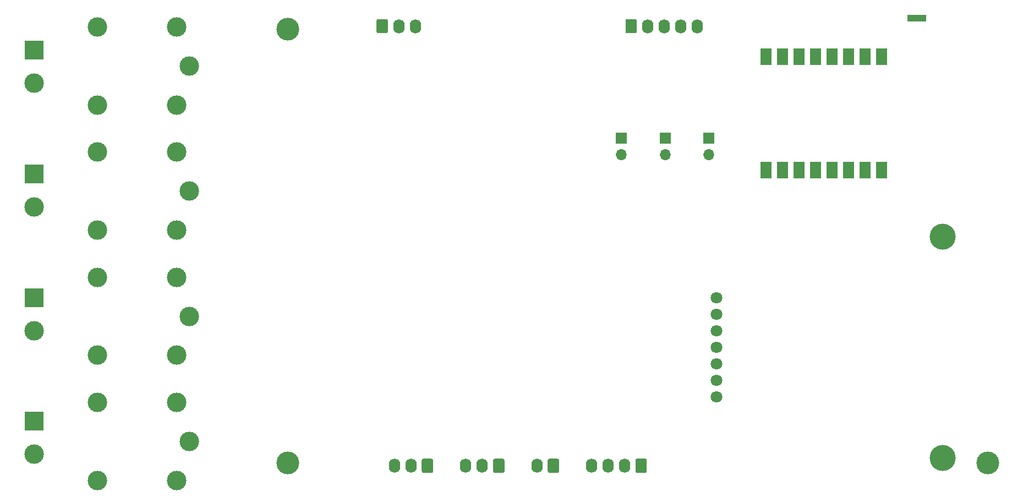
<source format=gbr>
%TF.GenerationSoftware,KiCad,Pcbnew,(5.1.9)-1*%
%TF.CreationDate,2021-07-20T21:45:38-05:00*%
%TF.ProjectId,Control de Gabinetes,436f6e74-726f-46c2-9064-652047616269,rev?*%
%TF.SameCoordinates,Original*%
%TF.FileFunction,Soldermask,Bot*%
%TF.FilePolarity,Negative*%
%FSLAX46Y46*%
G04 Gerber Fmt 4.6, Leading zero omitted, Abs format (unit mm)*
G04 Created by KiCad (PCBNEW (5.1.9)-1) date 2021-07-20 21:45:38*
%MOMM*%
%LPD*%
G01*
G04 APERTURE LIST*
%ADD10R,3.000000X1.000000*%
%ADD11C,3.500000*%
%ADD12C,3.000000*%
%ADD13R,3.000000X3.000000*%
%ADD14C,4.000000*%
%ADD15C,1.800000*%
%ADD16R,1.780000X2.500000*%
%ADD17O,1.740000X2.190000*%
%ADD18O,1.700000X1.700000*%
%ADD19R,1.700000X1.700000*%
G04 APERTURE END LIST*
D10*
%TO.C,AE1*%
X206480000Y-51900000D03*
%TD*%
D11*
%TO.C,H3*%
X109700000Y-120300000D03*
%TD*%
%TO.C,H2*%
X217350000Y-120300000D03*
%TD*%
%TO.C,H1*%
X109700000Y-53650000D03*
%TD*%
D12*
%TO.C,J10*%
X70650000Y-119000000D03*
D13*
X70650000Y-113920000D03*
%TD*%
D12*
%TO.C,J9*%
X70650000Y-99976666D03*
D13*
X70650000Y-94896666D03*
%TD*%
D12*
%TO.C,J8*%
X70650000Y-80953333D03*
D13*
X70650000Y-75873333D03*
%TD*%
D12*
%TO.C,J7*%
X70650000Y-61930000D03*
D13*
X70650000Y-56850000D03*
%TD*%
D14*
%TO.C,U5*%
X210400000Y-119550000D03*
X210400000Y-85550000D03*
D15*
X175600000Y-110170000D03*
X175600000Y-107630000D03*
X175600000Y-105090000D03*
X175600000Y-102550000D03*
X175600000Y-100010000D03*
X175600000Y-97470000D03*
X175600000Y-94930000D03*
%TD*%
D12*
%TO.C,K1*%
X94550000Y-59300000D03*
X92550000Y-65300000D03*
X80350000Y-65300000D03*
X80350000Y-53300000D03*
X92550000Y-53300000D03*
%TD*%
D16*
%TO.C,U4*%
X201025000Y-75325000D03*
X198485000Y-75325000D03*
X195945000Y-75325000D03*
X193405000Y-75325000D03*
X190865000Y-75325000D03*
X188325000Y-75325000D03*
X185785000Y-75325000D03*
X183245000Y-75325000D03*
X183245000Y-57875000D03*
X185785000Y-57875000D03*
X188325000Y-57875000D03*
X201025000Y-57875000D03*
X198485000Y-57875000D03*
X190865000Y-57875000D03*
X195945000Y-57875000D03*
X193405000Y-57875000D03*
%TD*%
D12*
%TO.C,K3*%
X94550000Y-97766666D03*
X92550000Y-103766666D03*
X80350000Y-103766666D03*
X80350000Y-91766666D03*
X92550000Y-91766666D03*
%TD*%
D17*
%TO.C,J6*%
X172655000Y-53150000D03*
X170115000Y-53150000D03*
X167575000Y-53150000D03*
X165035000Y-53150000D03*
G36*
G01*
X161625000Y-53995001D02*
X161625000Y-52304999D01*
G75*
G02*
X161874999Y-52055000I249999J0D01*
G01*
X163115001Y-52055000D01*
G75*
G02*
X163365000Y-52304999I0J-249999D01*
G01*
X163365000Y-53995001D01*
G75*
G02*
X163115001Y-54245000I-249999J0D01*
G01*
X161874999Y-54245000D01*
G75*
G02*
X161625000Y-53995001I0J249999D01*
G01*
G37*
%TD*%
D18*
%TO.C,J13*%
X161025000Y-72890000D03*
D19*
X161025000Y-70350000D03*
%TD*%
D18*
%TO.C,J12*%
X167775000Y-72890000D03*
D19*
X167775000Y-70350000D03*
%TD*%
D18*
%TO.C,J11*%
X174475000Y-72890000D03*
D19*
X174475000Y-70350000D03*
%TD*%
D12*
%TO.C,K4*%
X94550000Y-117000000D03*
X92550000Y-123000000D03*
X80350000Y-123000000D03*
X80350000Y-111000000D03*
X92550000Y-111000000D03*
%TD*%
%TO.C,K2*%
X94550000Y-78533333D03*
X92550000Y-84533333D03*
X80350000Y-84533333D03*
X80350000Y-72533333D03*
X92550000Y-72533333D03*
%TD*%
D17*
%TO.C,J5*%
X137063333Y-120775000D03*
X139603333Y-120775000D03*
G36*
G01*
X143013333Y-119929999D02*
X143013333Y-121620001D01*
G75*
G02*
X142763334Y-121870000I-249999J0D01*
G01*
X141523332Y-121870000D01*
G75*
G02*
X141273333Y-121620001I0J249999D01*
G01*
X141273333Y-119929999D01*
G75*
G02*
X141523332Y-119680000I249999J0D01*
G01*
X142763334Y-119680000D01*
G75*
G02*
X143013333Y-119929999I0J-249999D01*
G01*
G37*
%TD*%
%TO.C,J4*%
X156420000Y-120775000D03*
X158960000Y-120775000D03*
X161500000Y-120775000D03*
G36*
G01*
X164910000Y-119929999D02*
X164910000Y-121620001D01*
G75*
G02*
X164660001Y-121870000I-249999J0D01*
G01*
X163419999Y-121870000D01*
G75*
G02*
X163170000Y-121620001I0J249999D01*
G01*
X163170000Y-119929999D01*
G75*
G02*
X163419999Y-119680000I249999J0D01*
G01*
X164660001Y-119680000D01*
G75*
G02*
X164910000Y-119929999I0J-249999D01*
G01*
G37*
%TD*%
%TO.C,J3*%
X126085000Y-120775000D03*
X128625000Y-120775000D03*
G36*
G01*
X132035000Y-119929999D02*
X132035000Y-121620001D01*
G75*
G02*
X131785001Y-121870000I-249999J0D01*
G01*
X130544999Y-121870000D01*
G75*
G02*
X130295000Y-121620001I0J249999D01*
G01*
X130295000Y-119929999D01*
G75*
G02*
X130544999Y-119680000I249999J0D01*
G01*
X131785001Y-119680000D01*
G75*
G02*
X132035000Y-119929999I0J-249999D01*
G01*
G37*
%TD*%
%TO.C,J2*%
X148011666Y-120775000D03*
G36*
G01*
X151421666Y-119929999D02*
X151421666Y-121620001D01*
G75*
G02*
X151171667Y-121870000I-249999J0D01*
G01*
X149931665Y-121870000D01*
G75*
G02*
X149681666Y-121620001I0J249999D01*
G01*
X149681666Y-119929999D01*
G75*
G02*
X149931665Y-119680000I249999J0D01*
G01*
X151171667Y-119680000D01*
G75*
G02*
X151421666Y-119929999I0J-249999D01*
G01*
G37*
%TD*%
%TO.C,J1*%
X129290000Y-53150000D03*
X126750000Y-53150000D03*
G36*
G01*
X123340000Y-53995001D02*
X123340000Y-52304999D01*
G75*
G02*
X123589999Y-52055000I249999J0D01*
G01*
X124830001Y-52055000D01*
G75*
G02*
X125080000Y-52304999I0J-249999D01*
G01*
X125080000Y-53995001D01*
G75*
G02*
X124830001Y-54245000I-249999J0D01*
G01*
X123589999Y-54245000D01*
G75*
G02*
X123340000Y-53995001I0J249999D01*
G01*
G37*
%TD*%
M02*

</source>
